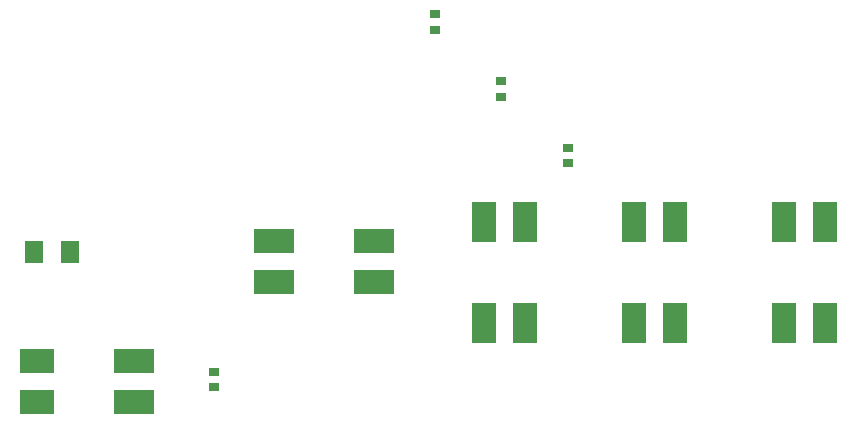
<source format=gtp>
G04 MADE WITH FRITZING*
G04 WWW.FRITZING.ORG*
G04 DOUBLE SIDED*
G04 HOLES PLATED*
G04 CONTOUR ON CENTER OF CONTOUR VECTOR*
%ASAXBY*%
%FSLAX23Y23*%
%MOIN*%
%OFA0B0*%
%SFA1.0B1.0*%
%ADD10R,0.062992X0.074803*%
%ADD11R,0.137795X0.078740*%
%ADD12R,0.078740X0.137795*%
%ADD13R,0.035433X0.027559*%
%ADD14R,0.001000X0.001000*%
%LNPASTEMASK1*%
G90*
G70*
G54D10*
X44Y589D03*
X166Y589D03*
G54D11*
X844Y627D03*
X844Y489D03*
X1179Y489D03*
X1179Y627D03*
X379Y89D03*
X379Y227D03*
G54D12*
X1682Y689D03*
X1544Y689D03*
X1544Y354D03*
X1682Y354D03*
X2182Y689D03*
X2044Y689D03*
X2044Y354D03*
X2182Y354D03*
X2682Y689D03*
X2544Y689D03*
X2544Y354D03*
X2682Y354D03*
G54D13*
X2047Y714D03*
X2047Y663D03*
X1603Y1159D03*
X1603Y1107D03*
X1825Y936D03*
X1825Y885D03*
X1380Y1381D03*
X1380Y1330D03*
X644Y189D03*
X644Y138D03*
G54D14*
X0Y266D02*
X112Y266D01*
X0Y265D02*
X112Y265D01*
X0Y264D02*
X112Y264D01*
X0Y263D02*
X112Y263D01*
X0Y262D02*
X112Y262D01*
X0Y261D02*
X112Y261D01*
X0Y260D02*
X112Y260D01*
X0Y259D02*
X112Y259D01*
X0Y258D02*
X112Y258D01*
X0Y257D02*
X112Y257D01*
X0Y256D02*
X112Y256D01*
X0Y255D02*
X112Y255D01*
X0Y254D02*
X112Y254D01*
X0Y253D02*
X112Y253D01*
X0Y252D02*
X112Y252D01*
X0Y251D02*
X112Y251D01*
X0Y250D02*
X112Y250D01*
X0Y249D02*
X112Y249D01*
X0Y248D02*
X112Y248D01*
X0Y247D02*
X112Y247D01*
X0Y246D02*
X112Y246D01*
X0Y245D02*
X112Y245D01*
X0Y244D02*
X112Y244D01*
X0Y243D02*
X112Y243D01*
X0Y242D02*
X112Y242D01*
X0Y241D02*
X112Y241D01*
X0Y240D02*
X112Y240D01*
X0Y239D02*
X112Y239D01*
X0Y238D02*
X112Y238D01*
X0Y237D02*
X112Y237D01*
X0Y236D02*
X112Y236D01*
X0Y235D02*
X112Y235D01*
X0Y234D02*
X112Y234D01*
X0Y233D02*
X112Y233D01*
X0Y232D02*
X112Y232D01*
X0Y231D02*
X112Y231D01*
X0Y230D02*
X112Y230D01*
X0Y229D02*
X112Y229D01*
X0Y228D02*
X112Y228D01*
X0Y227D02*
X112Y227D01*
X0Y226D02*
X112Y226D01*
X0Y225D02*
X112Y225D01*
X0Y224D02*
X112Y224D01*
X0Y223D02*
X112Y223D01*
X0Y222D02*
X112Y222D01*
X0Y221D02*
X112Y221D01*
X0Y220D02*
X112Y220D01*
X0Y219D02*
X112Y219D01*
X0Y218D02*
X112Y218D01*
X0Y217D02*
X112Y217D01*
X0Y216D02*
X112Y216D01*
X0Y215D02*
X112Y215D01*
X0Y214D02*
X112Y214D01*
X0Y213D02*
X112Y213D01*
X0Y212D02*
X112Y212D01*
X0Y211D02*
X112Y211D01*
X0Y210D02*
X112Y210D01*
X0Y209D02*
X112Y209D01*
X0Y208D02*
X112Y208D01*
X0Y207D02*
X112Y207D01*
X0Y206D02*
X112Y206D01*
X0Y205D02*
X112Y205D01*
X0Y204D02*
X112Y204D01*
X0Y203D02*
X112Y203D01*
X0Y202D02*
X112Y202D01*
X0Y201D02*
X112Y201D01*
X0Y200D02*
X112Y200D01*
X0Y199D02*
X112Y199D01*
X0Y198D02*
X112Y198D01*
X0Y197D02*
X112Y197D01*
X0Y196D02*
X112Y196D01*
X0Y195D02*
X112Y195D01*
X0Y194D02*
X112Y194D01*
X0Y193D02*
X112Y193D01*
X0Y192D02*
X112Y192D01*
X0Y191D02*
X112Y191D01*
X0Y190D02*
X112Y190D01*
X0Y189D02*
X112Y189D01*
X0Y188D02*
X112Y188D01*
X0Y128D02*
X112Y128D01*
X0Y127D02*
X112Y127D01*
X0Y126D02*
X112Y126D01*
X0Y125D02*
X112Y125D01*
X0Y124D02*
X112Y124D01*
X0Y123D02*
X112Y123D01*
X0Y122D02*
X112Y122D01*
X0Y121D02*
X112Y121D01*
X0Y120D02*
X112Y120D01*
X0Y119D02*
X112Y119D01*
X0Y118D02*
X112Y118D01*
X0Y117D02*
X112Y117D01*
X0Y116D02*
X112Y116D01*
X0Y115D02*
X112Y115D01*
X0Y114D02*
X112Y114D01*
X0Y113D02*
X112Y113D01*
X0Y112D02*
X112Y112D01*
X0Y111D02*
X112Y111D01*
X0Y110D02*
X112Y110D01*
X0Y109D02*
X112Y109D01*
X0Y108D02*
X112Y108D01*
X0Y107D02*
X112Y107D01*
X0Y106D02*
X112Y106D01*
X0Y105D02*
X112Y105D01*
X0Y104D02*
X112Y104D01*
X0Y103D02*
X112Y103D01*
X0Y102D02*
X112Y102D01*
X0Y101D02*
X112Y101D01*
X0Y100D02*
X112Y100D01*
X0Y99D02*
X112Y99D01*
X0Y98D02*
X112Y98D01*
X0Y97D02*
X112Y97D01*
X0Y96D02*
X112Y96D01*
X0Y95D02*
X112Y95D01*
X0Y94D02*
X112Y94D01*
X0Y93D02*
X112Y93D01*
X0Y92D02*
X112Y92D01*
X0Y91D02*
X112Y91D01*
X0Y90D02*
X112Y90D01*
X0Y89D02*
X112Y89D01*
X0Y88D02*
X112Y88D01*
X0Y87D02*
X112Y87D01*
X0Y86D02*
X112Y86D01*
X0Y85D02*
X112Y85D01*
X0Y84D02*
X112Y84D01*
X0Y83D02*
X112Y83D01*
X0Y82D02*
X112Y82D01*
X0Y81D02*
X112Y81D01*
X0Y80D02*
X112Y80D01*
X0Y79D02*
X112Y79D01*
X0Y78D02*
X112Y78D01*
X0Y77D02*
X112Y77D01*
X0Y76D02*
X112Y76D01*
X0Y75D02*
X112Y75D01*
X0Y74D02*
X112Y74D01*
X0Y73D02*
X112Y73D01*
X0Y72D02*
X112Y72D01*
X0Y71D02*
X112Y71D01*
X0Y70D02*
X112Y70D01*
X0Y69D02*
X112Y69D01*
X0Y68D02*
X112Y68D01*
X0Y67D02*
X112Y67D01*
X0Y66D02*
X112Y66D01*
X0Y65D02*
X112Y65D01*
X0Y64D02*
X112Y64D01*
X0Y63D02*
X112Y63D01*
X0Y62D02*
X112Y62D01*
X0Y61D02*
X112Y61D01*
X0Y60D02*
X112Y60D01*
X0Y59D02*
X112Y59D01*
X0Y58D02*
X112Y58D01*
X0Y57D02*
X112Y57D01*
X0Y56D02*
X112Y56D01*
X0Y55D02*
X112Y55D01*
X0Y54D02*
X112Y54D01*
X0Y53D02*
X112Y53D01*
X0Y52D02*
X112Y52D01*
X0Y51D02*
X112Y51D01*
D02*
G04 End of PasteMask1*
M02*
</source>
